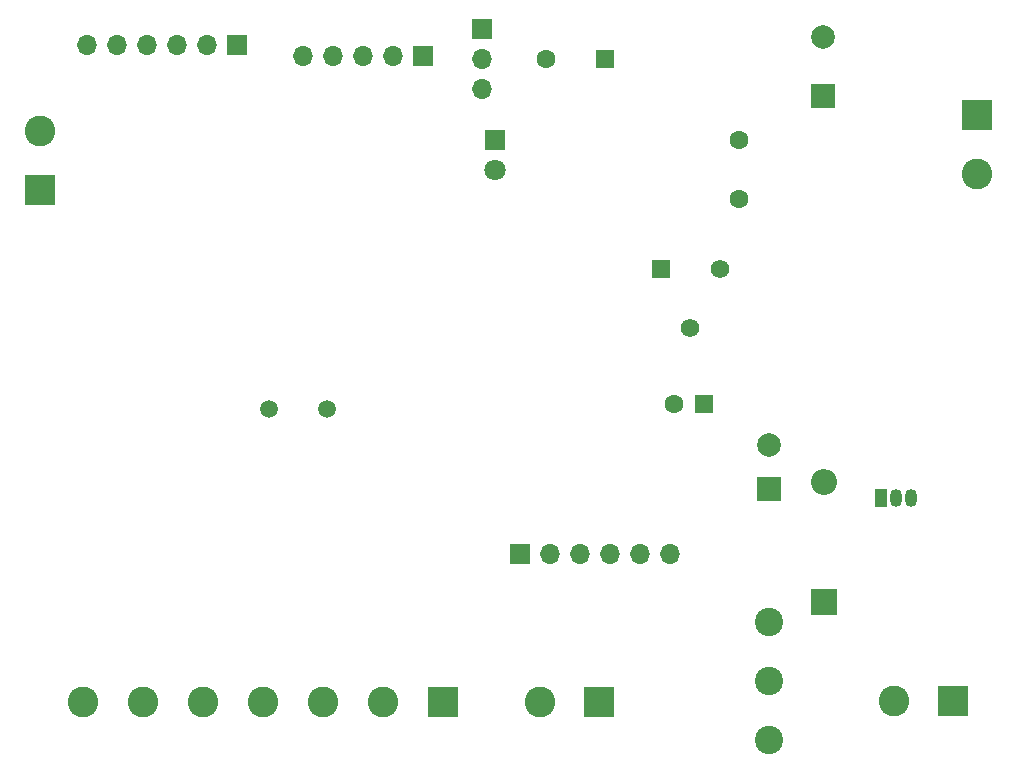
<source format=gbr>
%TF.GenerationSoftware,KiCad,Pcbnew,8.0.3*%
%TF.CreationDate,2025-02-22T15:06:50+05:30*%
%TF.ProjectId,messenger_Project,6d657373-656e-4676-9572-5f50726f6a65,rev?*%
%TF.SameCoordinates,Original*%
%TF.FileFunction,Soldermask,Bot*%
%TF.FilePolarity,Negative*%
%FSLAX46Y46*%
G04 Gerber Fmt 4.6, Leading zero omitted, Abs format (unit mm)*
G04 Created by KiCad (PCBNEW 8.0.3) date 2025-02-22 15:06:50*
%MOMM*%
%LPD*%
G01*
G04 APERTURE LIST*
%ADD10R,2.200000X2.200000*%
%ADD11O,2.200000X2.200000*%
%ADD12R,1.600000X1.600000*%
%ADD13C,1.600000*%
%ADD14R,2.000000X2.000000*%
%ADD15C,2.000000*%
%ADD16R,2.600000X2.600000*%
%ADD17C,2.600000*%
%ADD18R,1.700000X1.700000*%
%ADD19O,1.700000X1.700000*%
%ADD20C,2.400000*%
%ADD21R,1.560000X1.560000*%
%ADD22C,1.560000*%
%ADD23C,1.500000*%
%ADD24R,1.800000X1.800000*%
%ADD25C,1.800000*%
%ADD26R,1.050000X1.500000*%
%ADD27O,1.050000X1.500000*%
G04 APERTURE END LIST*
D10*
%TO.C,D1*%
X170205400Y-108712000D03*
D11*
X170205400Y-98552000D03*
%TD*%
D12*
%TO.C,C22*%
X151659651Y-62687200D03*
D13*
X146659651Y-62687200D03*
%TD*%
D14*
%TO.C,C20*%
X170103800Y-65867677D03*
D15*
X170103800Y-60867677D03*
%TD*%
D16*
%TO.C,J4*%
X103759000Y-73787000D03*
D17*
X103759000Y-68787000D03*
%TD*%
D18*
%TO.C,J5*%
X136245600Y-62433200D03*
D19*
X133705600Y-62433200D03*
X131165600Y-62433200D03*
X128625600Y-62433200D03*
X126085600Y-62433200D03*
%TD*%
D20*
%TO.C,K1*%
X165506400Y-115417600D03*
X165506400Y-110417600D03*
X165506400Y-120417600D03*
D14*
X165506400Y-99167600D03*
D15*
X165506400Y-95417600D03*
%TD*%
D18*
%TO.C,J2*%
X141249400Y-60147200D03*
D19*
X141249400Y-62687200D03*
X141249400Y-65227200D03*
%TD*%
D16*
%TO.C,J3*%
X151090000Y-117195400D03*
D17*
X146090000Y-117195400D03*
%TD*%
D13*
%TO.C,C21*%
X162966400Y-74559800D03*
X162966400Y-69559800D03*
%TD*%
D16*
%TO.C,J11*%
X183133800Y-67502400D03*
D17*
X183133800Y-72502400D03*
%TD*%
D21*
%TO.C,RV1*%
X156351600Y-80538600D03*
D22*
X158851600Y-85538600D03*
X161351600Y-80538600D03*
%TD*%
D18*
%TO.C,J8*%
X144424400Y-104673400D03*
D19*
X146964400Y-104673400D03*
X149504400Y-104673400D03*
X152044400Y-104673400D03*
X154584400Y-104673400D03*
X157124400Y-104673400D03*
%TD*%
D18*
%TO.C,J6*%
X120472200Y-61544200D03*
D19*
X117932200Y-61544200D03*
X115392200Y-61544200D03*
X112852200Y-61544200D03*
X110312200Y-61544200D03*
X107772200Y-61544200D03*
%TD*%
D23*
%TO.C,Y1*%
X123178400Y-92379800D03*
X128058400Y-92379800D03*
%TD*%
D16*
%TO.C,J1*%
X181138200Y-117119200D03*
D17*
X176138200Y-117119200D03*
%TD*%
D24*
%TO.C,D5*%
X142316200Y-69570600D03*
D25*
X142316200Y-72110600D03*
%TD*%
D16*
%TO.C,J7*%
X137896600Y-117144800D03*
D17*
X132816600Y-117144800D03*
X127736600Y-117144800D03*
X122656600Y-117144800D03*
X117576600Y-117144800D03*
X112496600Y-117144800D03*
X107416600Y-117144800D03*
%TD*%
D26*
%TO.C,Q1*%
X175006000Y-99851800D03*
D27*
X176276000Y-99851800D03*
X177546000Y-99851800D03*
%TD*%
D12*
%TO.C,C10*%
X159980513Y-91922600D03*
D13*
X157480513Y-91922600D03*
%TD*%
M02*

</source>
